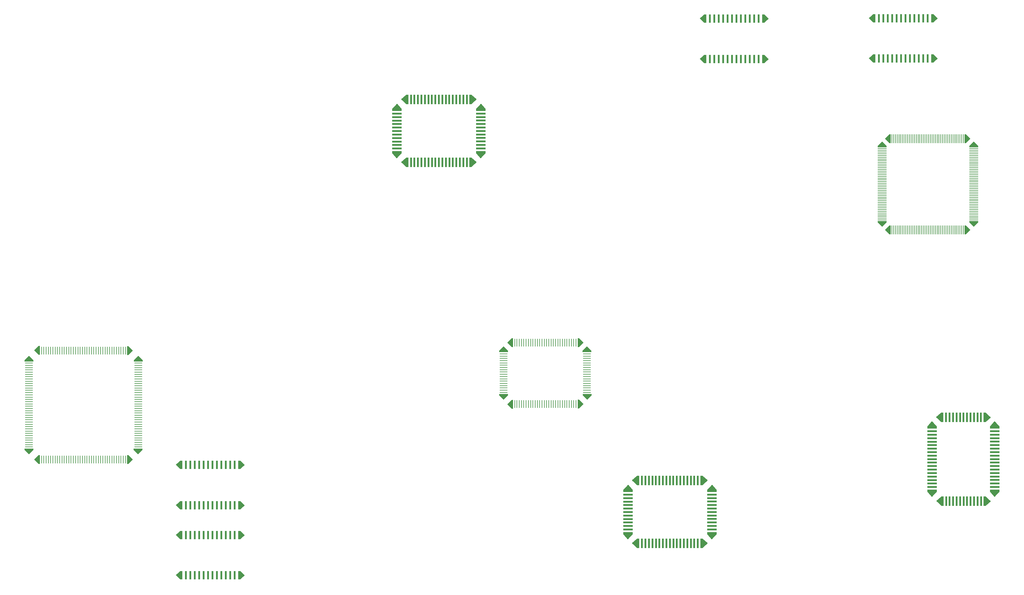
<source format=gtp>
G04 #@! TF.GenerationSoftware,KiCad,Pcbnew,8.0.5*
G04 #@! TF.CreationDate,2025-05-06T19:50:55+10:00*
G04 #@! TF.ProjectId,NeoGeoAES3_5,4e656f47-656f-4414-9553-335f352e6b69,BF1.4*
G04 #@! TF.SameCoordinates,Original*
G04 #@! TF.FileFunction,Paste,Top*
G04 #@! TF.FilePolarity,Positive*
%FSLAX46Y46*%
G04 Gerber Fmt 4.6, Leading zero omitted, Abs format (unit mm)*
G04 Created by KiCad (PCBNEW 8.0.5) date 2025-05-06 19:50:55*
%MOMM*%
%LPD*%
G01*
G04 APERTURE LIST*
G04 Aperture macros list*
%AMFreePoly0*
4,1,15,0.015923,1.446025,0.016652,1.445308,1.271606,0.187012,1.286204,0.151638,1.282612,0.143000,1.285750,0.143000,1.285750,-0.143000,-1.285750,-0.143000,-1.285750,0.143000,-1.284830,0.143000,-1.285817,0.145367,-1.271842,0.180166,-0.054775,1.444673,-0.019706,1.459991,0.015923,1.446025,0.015923,1.446025,$1*%
%AMFreePoly1*
4,1,14,1.215375,-0.282999,1.215110,-0.282999,1.215147,-0.310774,1.192453,-0.348924,0.052453,-1.547298,-0.001897,-1.576722,-0.063161,-1.568580,-0.093585,-1.546088,-1.193585,-0.350713,-1.219333,-0.294529,-1.215375,-0.274862,-1.215375,0.282999,1.215375,0.282999,1.215375,-0.282999,1.215375,-0.282999,$1*%
%AMFreePoly2*
4,1,15,1.390750,-0.283000,1.385106,-0.283000,1.385106,-0.313902,1.362657,-0.351709,0.022657,-1.768709,-0.031605,-1.798294,-0.092894,-1.790333,-0.125254,-1.765854,-1.365254,-0.348854,-1.389590,-0.292044,-1.387533,-0.283000,-1.390750,-0.283000,-1.390750,0.283000,1.390750,0.283000,1.390750,-0.283000,1.390750,-0.283000,$1*%
%AMFreePoly3*
4,1,18,-0.011263,1.812192,0.023136,1.788199,1.363136,0.351199,1.375475,0.324736,1.388751,0.298754,1.388458,0.296894,1.389255,0.295186,1.386886,0.283000,1.390750,0.283000,1.390750,-0.283000,-1.390750,-0.283000,-1.390750,0.283000,-1.385106,0.283000,-1.385106,0.313902,-1.365710,0.348330,-0.125710,1.785330,-0.072850,1.817354,-0.011263,1.812192,-0.011263,1.812192,$1*%
G04 Aperture macros list end*
%ADD10FreePoly0,270.000000*%
%ADD11R,0.286000X2.571500*%
%ADD12FreePoly0,90.000000*%
%ADD13FreePoly0,0.000000*%
%ADD14R,2.571500X0.286000*%
%ADD15FreePoly0,180.000000*%
%ADD16R,0.286000X2.280000*%
%ADD17R,2.280000X0.286000*%
%ADD18FreePoly1,270.000000*%
%ADD19R,0.565998X2.430750*%
%ADD20FreePoly1,90.000000*%
%ADD21FreePoly2,0.000000*%
%ADD22R,2.781500X0.566000*%
%ADD23FreePoly3,0.000000*%
%ADD24FreePoly2,90.000000*%
%ADD25R,0.566000X2.781500*%
%ADD26FreePoly2,270.000000*%
%ADD27FreePoly3,270.000000*%
%ADD28FreePoly2,180.000000*%
G04 APERTURE END LIST*
D10*
G04 #@! TO.C,U21*
X319210000Y-80690000D03*
D11*
X318710000Y-80690000D03*
X318210000Y-80690000D03*
X317710000Y-80690000D03*
X317210000Y-80690000D03*
X316710000Y-80690000D03*
X316210000Y-80690000D03*
X315710000Y-80690000D03*
X315210000Y-80690000D03*
X314710000Y-80690000D03*
X314210000Y-80690000D03*
X313710000Y-80690000D03*
X313210000Y-80690000D03*
X312710000Y-80690000D03*
X312210000Y-80690000D03*
X311710000Y-80690000D03*
X311210000Y-80690000D03*
X310710000Y-80690000D03*
X310210000Y-80690000D03*
X309710000Y-80690000D03*
X309210000Y-80690000D03*
X308710000Y-80690000D03*
X308210000Y-80690000D03*
X307710000Y-80690000D03*
X307210000Y-80690000D03*
X306710000Y-80690000D03*
X306210000Y-80690000D03*
X305710000Y-80690000D03*
X305210000Y-80690000D03*
X304710000Y-80690000D03*
X304210000Y-80690000D03*
X303710000Y-80690000D03*
X303210000Y-80690000D03*
X302710000Y-80690000D03*
X302210000Y-80690000D03*
X301710000Y-80690000D03*
X301210000Y-80690000D03*
X300710000Y-80690000D03*
X300210000Y-80690000D03*
X299710000Y-80690000D03*
X299210000Y-80690000D03*
X298710000Y-80690000D03*
X298210000Y-80690000D03*
D12*
X297710000Y-80690000D03*
D13*
X295410000Y-83000000D03*
D14*
X295410000Y-83500000D03*
X295410000Y-84000000D03*
X295410000Y-84500000D03*
X295410000Y-85000000D03*
X295410000Y-85500000D03*
X295410000Y-86000000D03*
X295410000Y-86500000D03*
X295410000Y-87000000D03*
X295410000Y-87500000D03*
X295410000Y-88000000D03*
X295410000Y-88500000D03*
X295410000Y-89000000D03*
X295410000Y-89500000D03*
X295410000Y-90000000D03*
X295410000Y-90500000D03*
X295410000Y-91000000D03*
X295410000Y-91500000D03*
X295410000Y-92000000D03*
X295410000Y-92500000D03*
X295410000Y-93000000D03*
X295410000Y-93500000D03*
X295410000Y-94000000D03*
X295410000Y-94500000D03*
X295410000Y-95000000D03*
X295410000Y-95500000D03*
X295410000Y-96000000D03*
X295410000Y-96500000D03*
X295410000Y-97000000D03*
X295410000Y-97500000D03*
X295410000Y-98000000D03*
X295410000Y-98500000D03*
X295410000Y-99000000D03*
X295410000Y-99500000D03*
X295410000Y-100000000D03*
X295410000Y-100500000D03*
X295410000Y-101000000D03*
X295410000Y-101500000D03*
X295410000Y-102000000D03*
X295410000Y-102500000D03*
X295410000Y-103000000D03*
X295410000Y-103500000D03*
X295410000Y-104000000D03*
D15*
X295410000Y-104500000D03*
D12*
X297710000Y-106870000D03*
D11*
X298210000Y-106870000D03*
X298710000Y-106870000D03*
X299210000Y-106870000D03*
X299710000Y-106870000D03*
X300210000Y-106870000D03*
X300710000Y-106870000D03*
X301210000Y-106870000D03*
X301710000Y-106870000D03*
X302210000Y-106870000D03*
X302710000Y-106870000D03*
X303210000Y-106870000D03*
X303710000Y-106870000D03*
X304210000Y-106870000D03*
X304710000Y-106870000D03*
X305210000Y-106870000D03*
X305710000Y-106870000D03*
X306210000Y-106870000D03*
X306710000Y-106870000D03*
X307210000Y-106870000D03*
X307710000Y-106870000D03*
X308210000Y-106870000D03*
X308710000Y-106870000D03*
X309210000Y-106870000D03*
X309710000Y-106870000D03*
X310210000Y-106870000D03*
X310710000Y-106870000D03*
X311210000Y-106870000D03*
X311710000Y-106870000D03*
X312210000Y-106870000D03*
X312710000Y-106870000D03*
X313210000Y-106870000D03*
X313710000Y-106870000D03*
X314210000Y-106870000D03*
X314710000Y-106870000D03*
X315210000Y-106870000D03*
X315710000Y-106870000D03*
X316210000Y-106870000D03*
X316710000Y-106870000D03*
X317210000Y-106870000D03*
X317710000Y-106870000D03*
X318210000Y-106870000D03*
X318710000Y-106870000D03*
D10*
X319210000Y-106870000D03*
D15*
X321640000Y-104510000D03*
D14*
X321640000Y-104010000D03*
X321640000Y-103510000D03*
X321640000Y-103010000D03*
X321640000Y-102510000D03*
X321640000Y-102010000D03*
X321640000Y-101510000D03*
X321640000Y-101010000D03*
X321640000Y-100510000D03*
X321640000Y-100010000D03*
X321640000Y-99510000D03*
X321640000Y-99010000D03*
X321640000Y-98510000D03*
X321640000Y-98010000D03*
X321640000Y-97510000D03*
X321640000Y-97010000D03*
X321640000Y-96510000D03*
X321640000Y-96010000D03*
X321640000Y-95510000D03*
X321640000Y-95010000D03*
X321640000Y-94510000D03*
X321640000Y-94010000D03*
X321640000Y-93510000D03*
X321640000Y-93010000D03*
X321640000Y-92510000D03*
X321640000Y-92010000D03*
X321640000Y-91510000D03*
X321640000Y-91010000D03*
X321640000Y-90510000D03*
X321640000Y-90010000D03*
X321640000Y-89510000D03*
X321640000Y-89010000D03*
X321640000Y-88510000D03*
X321640000Y-88010000D03*
X321640000Y-87510000D03*
X321640000Y-87010000D03*
X321640000Y-86510000D03*
X321640000Y-86010000D03*
X321640000Y-85510000D03*
X321640000Y-85010000D03*
X321640000Y-84510000D03*
X321640000Y-84010000D03*
X321640000Y-83510000D03*
D13*
X321640000Y-83010000D03*
G04 #@! TD*
D10*
G04 #@! TO.C,U4*
X208360000Y-139170000D03*
D16*
X207710000Y-139180000D03*
X207060000Y-139180000D03*
X206410000Y-139180000D03*
X205760000Y-139180000D03*
X205110000Y-139180000D03*
X204460000Y-139180000D03*
X203810000Y-139180000D03*
X203160000Y-139180000D03*
X202510000Y-139180000D03*
X201860000Y-139180000D03*
X201210000Y-139180000D03*
X200560000Y-139180000D03*
X199910000Y-139180000D03*
X199260000Y-139180000D03*
X198610000Y-139180000D03*
X197960000Y-139180000D03*
X197310000Y-139180000D03*
X196660000Y-139180000D03*
X196010000Y-139180000D03*
X195360000Y-139180000D03*
X194710000Y-139180000D03*
X194060000Y-139180000D03*
X193410000Y-139180000D03*
X192760000Y-139180000D03*
X192110000Y-139180000D03*
X191460000Y-139180000D03*
X190810000Y-139180000D03*
X190160000Y-139180000D03*
D12*
X189510000Y-139220000D03*
D13*
X186930000Y-141770000D03*
D17*
X186950000Y-142420000D03*
X186950000Y-143070000D03*
X186950000Y-143720000D03*
X186950000Y-144370000D03*
X186950000Y-145020000D03*
X186950000Y-145670000D03*
X186950000Y-146320000D03*
X186950000Y-146970000D03*
X186950000Y-147620000D03*
X186950000Y-148270000D03*
X186950000Y-148920000D03*
X186950000Y-149570000D03*
X186950000Y-150220000D03*
X186950000Y-150870000D03*
X186950000Y-151520000D03*
X186950000Y-152170000D03*
X186950000Y-152820000D03*
X186950000Y-153470000D03*
D15*
X186990000Y-154120000D03*
D12*
X189510000Y-156870000D03*
D16*
X190160000Y-156830000D03*
X190810000Y-156830000D03*
X191460000Y-156830000D03*
X192110000Y-156830000D03*
X192760000Y-156830000D03*
X193410000Y-156830000D03*
X194060000Y-156830000D03*
X194710000Y-156830000D03*
X195360000Y-156830000D03*
X196010000Y-156830000D03*
X196660000Y-156830000D03*
X197310000Y-156830000D03*
X197960000Y-156830000D03*
X198610000Y-156830000D03*
X199260000Y-156830000D03*
X199910000Y-156830000D03*
X200560000Y-156830000D03*
X201210000Y-156830000D03*
X201860000Y-156830000D03*
X202510000Y-156830000D03*
X203160000Y-156830000D03*
X203810000Y-156830000D03*
X204460000Y-156830000D03*
X205110000Y-156830000D03*
X205760000Y-156830000D03*
X206410000Y-156830000D03*
X207060000Y-156830000D03*
X207710000Y-156830000D03*
D10*
X208360000Y-156820000D03*
D15*
X210880000Y-154120000D03*
D17*
X210840000Y-153470000D03*
X210840000Y-152820000D03*
X210840000Y-152170000D03*
X210840000Y-151520000D03*
X210840000Y-150870000D03*
X210840000Y-150220000D03*
X210840000Y-149570000D03*
X210840000Y-148920000D03*
X210840000Y-148270000D03*
X210840000Y-147620000D03*
X210840000Y-146970000D03*
X210840000Y-146320000D03*
X210840000Y-145670000D03*
X210840000Y-145020000D03*
X210840000Y-144370000D03*
X210840000Y-143720000D03*
X210840000Y-143070000D03*
X210840000Y-142420000D03*
D13*
X210820000Y-141770000D03*
G04 #@! TD*
D18*
G04 #@! TO.C,U18*
X293220000Y-57700000D03*
D19*
X294490000Y-57700000D03*
X295760000Y-57700000D03*
X297030000Y-57700000D03*
X298300000Y-57700000D03*
X299570000Y-57700000D03*
X300840000Y-57700000D03*
X302110000Y-57700000D03*
X303380000Y-57700000D03*
X304650000Y-57700000D03*
X305920000Y-57700000D03*
X307190000Y-57700000D03*
X308460000Y-57700000D03*
D20*
X309730000Y-57700000D03*
X309730000Y-46150000D03*
D19*
X308460000Y-46150000D03*
X307190000Y-46150000D03*
X305920000Y-46150000D03*
X304650000Y-46150000D03*
X303380000Y-46150000D03*
X302110000Y-46150000D03*
X300840000Y-46150000D03*
X299570000Y-46150000D03*
X298300000Y-46150000D03*
X297030000Y-46150000D03*
X295760000Y-46150000D03*
X294490000Y-46150000D03*
D18*
X293220000Y-46150000D03*
G04 #@! TD*
G04 #@! TO.C,U17*
X244805000Y-57810000D03*
D19*
X246075000Y-57810000D03*
X247345000Y-57810000D03*
X248615000Y-57810000D03*
X249885000Y-57810000D03*
X251155000Y-57810000D03*
X252425000Y-57810000D03*
X253695000Y-57810000D03*
X254965000Y-57810000D03*
X256235000Y-57810000D03*
X257505000Y-57810000D03*
X258775000Y-57810000D03*
X260045000Y-57810000D03*
D20*
X261315000Y-57810000D03*
X261315000Y-46260000D03*
D19*
X260045000Y-46260000D03*
X258775000Y-46260000D03*
X257505000Y-46260000D03*
X256235000Y-46260000D03*
X254965000Y-46260000D03*
X253695000Y-46260000D03*
X252425000Y-46260000D03*
X251155000Y-46260000D03*
X249885000Y-46260000D03*
X248615000Y-46260000D03*
X247345000Y-46260000D03*
X246075000Y-46260000D03*
D18*
X244805000Y-46260000D03*
G04 #@! TD*
D21*
G04 #@! TO.C,U34*
X327690000Y-181600000D03*
D22*
X327690000Y-180600000D03*
X327690000Y-179600000D03*
X327690000Y-178600000D03*
X327690000Y-177600000D03*
X327690000Y-176600000D03*
X327690000Y-175600000D03*
X327690000Y-174600000D03*
X327690000Y-173600000D03*
X327690000Y-172600000D03*
X327690000Y-171600000D03*
X327690000Y-170600000D03*
X327690000Y-169600000D03*
X327690000Y-168600000D03*
X327690000Y-167600000D03*
X327690000Y-166600000D03*
X327690000Y-165600000D03*
X327690000Y-164600000D03*
D23*
X327690000Y-163600000D03*
D24*
X324730000Y-160600000D03*
D25*
X323730000Y-160600000D03*
X322730000Y-160600000D03*
X321730000Y-160600000D03*
X320730000Y-160600000D03*
X319730000Y-160600000D03*
X318730000Y-160600000D03*
X317730000Y-160600000D03*
X316730000Y-160600000D03*
X315730000Y-160600000D03*
X314730000Y-160600000D03*
X313730000Y-160600000D03*
D26*
X312730000Y-160600000D03*
D23*
X309690000Y-163610000D03*
D22*
X309690000Y-164610000D03*
X309690000Y-165610000D03*
X309690000Y-166610000D03*
X309690000Y-167610000D03*
X309690000Y-168610000D03*
X309690000Y-169610000D03*
X309690000Y-170610000D03*
X309690000Y-171610000D03*
X309690000Y-172610000D03*
X309690000Y-173610000D03*
X309690000Y-174610000D03*
X309690000Y-175610000D03*
X309690000Y-176610000D03*
X309690000Y-177610000D03*
X309690000Y-178610000D03*
X309690000Y-179610000D03*
X309690000Y-180610000D03*
D21*
X309690000Y-181610000D03*
D26*
X312750000Y-184640000D03*
D25*
X313750000Y-184640000D03*
X314750000Y-184640000D03*
X315750000Y-184640000D03*
X316750000Y-184640000D03*
X317750000Y-184640000D03*
X318750000Y-184640000D03*
X319750000Y-184640000D03*
X320750000Y-184640000D03*
X321750000Y-184640000D03*
X322750000Y-184640000D03*
X323750000Y-184640000D03*
D24*
X324750000Y-184640000D03*
G04 #@! TD*
D18*
G04 #@! TO.C,U1*
X94655000Y-205945000D03*
D19*
X95925000Y-205945000D03*
X97195000Y-205945000D03*
X98465000Y-205945000D03*
X99735000Y-205945000D03*
X101005000Y-205945000D03*
X102275000Y-205945000D03*
X103545000Y-205945000D03*
X104815000Y-205945000D03*
X106085000Y-205945000D03*
X107355000Y-205945000D03*
X108625000Y-205945000D03*
X109895000Y-205945000D03*
D20*
X111165000Y-205945000D03*
X111165000Y-194395000D03*
D19*
X109895000Y-194395000D03*
X108625000Y-194395000D03*
X107355000Y-194395000D03*
X106085000Y-194395000D03*
X104815000Y-194395000D03*
X103545000Y-194395000D03*
X102275000Y-194395000D03*
X101005000Y-194395000D03*
X99735000Y-194395000D03*
X98465000Y-194395000D03*
X97195000Y-194395000D03*
X95925000Y-194395000D03*
D18*
X94655000Y-194395000D03*
G04 #@! TD*
D26*
G04 #@! TO.C,U22*
X225610000Y-196740000D03*
D25*
X226610000Y-196740000D03*
X227610000Y-196740000D03*
X228610000Y-196740000D03*
X229610000Y-196740000D03*
X230610000Y-196740000D03*
X231610000Y-196740000D03*
X232610000Y-196740000D03*
X233610000Y-196740000D03*
X234610000Y-196740000D03*
X235610000Y-196740000D03*
X236610000Y-196740000D03*
X237610000Y-196740000D03*
X238610000Y-196740000D03*
X239610000Y-196740000D03*
X240610000Y-196740000D03*
X241610000Y-196740000D03*
X242610000Y-196740000D03*
D27*
X243610000Y-196740000D03*
D21*
X246610000Y-193780000D03*
D22*
X246610000Y-192780000D03*
X246610000Y-191780000D03*
X246610000Y-190780000D03*
X246610000Y-189780000D03*
X246610000Y-188780000D03*
X246610000Y-187780000D03*
X246610000Y-186780000D03*
X246610000Y-185780000D03*
X246610000Y-184780000D03*
X246610000Y-183780000D03*
X246610000Y-182780000D03*
D28*
X246610000Y-181780000D03*
D27*
X243600000Y-178740000D03*
D25*
X242600000Y-178740000D03*
X241600000Y-178740000D03*
X240600000Y-178740000D03*
X239600000Y-178740000D03*
X238600000Y-178740000D03*
X237600000Y-178740000D03*
X236600000Y-178740000D03*
X235600000Y-178740000D03*
X234600000Y-178740000D03*
X233600000Y-178740000D03*
X232600000Y-178740000D03*
X231600000Y-178740000D03*
X230600000Y-178740000D03*
X229600000Y-178740000D03*
X228600000Y-178740000D03*
X227600000Y-178740000D03*
X226600000Y-178740000D03*
D26*
X225600000Y-178740000D03*
D28*
X222570000Y-181800000D03*
D22*
X222570000Y-182800000D03*
X222570000Y-183800000D03*
X222570000Y-184800000D03*
X222570000Y-185800000D03*
X222570000Y-186800000D03*
X222570000Y-187800000D03*
X222570000Y-188800000D03*
X222570000Y-189800000D03*
X222570000Y-190800000D03*
X222570000Y-191800000D03*
X222570000Y-192800000D03*
D21*
X222570000Y-193800000D03*
G04 #@! TD*
D26*
G04 #@! TO.C,U5*
X159430000Y-87440000D03*
D25*
X160430000Y-87440000D03*
X161430000Y-87440000D03*
X162430000Y-87440000D03*
X163430000Y-87440000D03*
X164430000Y-87440000D03*
X165430000Y-87440000D03*
X166430000Y-87440000D03*
X167430000Y-87440000D03*
X168430000Y-87440000D03*
X169430000Y-87440000D03*
X170430000Y-87440000D03*
X171430000Y-87440000D03*
X172430000Y-87440000D03*
X173430000Y-87440000D03*
X174430000Y-87440000D03*
X175430000Y-87440000D03*
X176430000Y-87440000D03*
D27*
X177430000Y-87440000D03*
D21*
X180430000Y-84480000D03*
D22*
X180430000Y-83480000D03*
X180430000Y-82480000D03*
X180430000Y-81480000D03*
X180430000Y-80480000D03*
X180430000Y-79480000D03*
X180430000Y-78480000D03*
X180430000Y-77480000D03*
X180430000Y-76480000D03*
X180430000Y-75480000D03*
X180430000Y-74480000D03*
X180430000Y-73480000D03*
D28*
X180430000Y-72480000D03*
D27*
X177420000Y-69440000D03*
D25*
X176420000Y-69440000D03*
X175420000Y-69440000D03*
X174420000Y-69440000D03*
X173420000Y-69440000D03*
X172420000Y-69440000D03*
X171420000Y-69440000D03*
X170420000Y-69440000D03*
X169420000Y-69440000D03*
X168420000Y-69440000D03*
X167420000Y-69440000D03*
X166420000Y-69440000D03*
X165420000Y-69440000D03*
X164420000Y-69440000D03*
X163420000Y-69440000D03*
X162420000Y-69440000D03*
X161420000Y-69440000D03*
X160420000Y-69440000D03*
D26*
X159420000Y-69440000D03*
D28*
X156390000Y-72500000D03*
D22*
X156390000Y-73500000D03*
X156390000Y-74500000D03*
X156390000Y-75500000D03*
X156390000Y-76500000D03*
X156390000Y-77500000D03*
X156390000Y-78500000D03*
X156390000Y-79500000D03*
X156390000Y-80500000D03*
X156390000Y-81500000D03*
X156390000Y-82500000D03*
X156390000Y-83500000D03*
D21*
X156390000Y-84500000D03*
G04 #@! TD*
D18*
G04 #@! TO.C,U2*
X94670000Y-185810000D03*
D19*
X95940000Y-185810000D03*
X97210000Y-185810000D03*
X98480000Y-185810000D03*
X99750000Y-185810000D03*
X101020000Y-185810000D03*
X102290000Y-185810000D03*
X103560000Y-185810000D03*
X104830000Y-185810000D03*
X106100000Y-185810000D03*
X107370000Y-185810000D03*
X108640000Y-185810000D03*
X109910000Y-185810000D03*
D20*
X111180000Y-185810000D03*
X111180000Y-174260000D03*
D19*
X109910000Y-174260000D03*
X108640000Y-174260000D03*
X107370000Y-174260000D03*
X106100000Y-174260000D03*
X104830000Y-174260000D03*
X103560000Y-174260000D03*
X102290000Y-174260000D03*
X101020000Y-174260000D03*
X99750000Y-174260000D03*
X98480000Y-174260000D03*
X97210000Y-174260000D03*
X95940000Y-174260000D03*
D18*
X94670000Y-174260000D03*
G04 #@! TD*
D13*
G04 #@! TO.C,U13*
X51000000Y-144420000D03*
D17*
X51010000Y-145070000D03*
X51010000Y-145720000D03*
X51010000Y-146370000D03*
X51010000Y-147020000D03*
X51010000Y-147670000D03*
X51010000Y-148320000D03*
X51010000Y-148970000D03*
X51010000Y-149620000D03*
X51010000Y-150270000D03*
X51010000Y-150920000D03*
X51010000Y-151570000D03*
X51010000Y-152220000D03*
X51010000Y-152870000D03*
X51010000Y-153520000D03*
X51010000Y-154170000D03*
X51010000Y-154820000D03*
X51010000Y-155470000D03*
X51010000Y-156120000D03*
X51010000Y-156770000D03*
X51010000Y-157420000D03*
X51010000Y-158070000D03*
X51010000Y-158720000D03*
X51010000Y-159370000D03*
X51010000Y-160020000D03*
X51010000Y-160670000D03*
X51010000Y-161320000D03*
X51010000Y-161970000D03*
X51010000Y-162620000D03*
X51010000Y-163270000D03*
X51010000Y-163920000D03*
X51010000Y-164570000D03*
X51010000Y-165220000D03*
X51010000Y-165870000D03*
X51010000Y-166520000D03*
X51010000Y-167170000D03*
X51010000Y-167820000D03*
X51010000Y-168470000D03*
X51010000Y-169120000D03*
D15*
X50960000Y-169770000D03*
D12*
X53950000Y-172700000D03*
D16*
X54600000Y-172750000D03*
X55250000Y-172750000D03*
X55900000Y-172750000D03*
X56550000Y-172750000D03*
X57200000Y-172750000D03*
X57850000Y-172750000D03*
X58500000Y-172750000D03*
X59150000Y-172750000D03*
X59800000Y-172750000D03*
X60450000Y-172750000D03*
X61100000Y-172750000D03*
X61750000Y-172750000D03*
X62400000Y-172750000D03*
X63050000Y-172750000D03*
X63700000Y-172750000D03*
X64350000Y-172750000D03*
X65000000Y-172750000D03*
X65650000Y-172750000D03*
X66300000Y-172750000D03*
X66950000Y-172750000D03*
X67600000Y-172750000D03*
X68250000Y-172750000D03*
X68900000Y-172750000D03*
X69550000Y-172750000D03*
X70200000Y-172750000D03*
X70850000Y-172750000D03*
X71500000Y-172750000D03*
X72150000Y-172750000D03*
X72800000Y-172750000D03*
X73450000Y-172750000D03*
X74100000Y-172750000D03*
X74750000Y-172750000D03*
X75400000Y-172750000D03*
X76050000Y-172750000D03*
X76700000Y-172750000D03*
X77350000Y-172750000D03*
X78000000Y-172750000D03*
X78650000Y-172750000D03*
D10*
X79300000Y-172740000D03*
D15*
X82250000Y-169770000D03*
D17*
X82300000Y-169120000D03*
X82300000Y-168470000D03*
X82300000Y-167820000D03*
X82300000Y-167170000D03*
X82300000Y-166520000D03*
X82300000Y-165870000D03*
X82300000Y-165220000D03*
X82300000Y-164570000D03*
X82300000Y-163920000D03*
X82300000Y-163270000D03*
X82300000Y-162620000D03*
X82300000Y-161970000D03*
X82300000Y-161320000D03*
X82300000Y-160670000D03*
X82300000Y-160020000D03*
X82300000Y-159370000D03*
X82300000Y-158720000D03*
X82300000Y-158070000D03*
X82300000Y-157420000D03*
X82300000Y-156770000D03*
X82300000Y-156120000D03*
X82300000Y-155470000D03*
X82300000Y-154820000D03*
X82300000Y-154170000D03*
X82300000Y-153520000D03*
X82300000Y-152870000D03*
X82300000Y-152220000D03*
X82300000Y-151570000D03*
X82300000Y-150920000D03*
X82300000Y-150270000D03*
X82300000Y-149620000D03*
X82300000Y-148970000D03*
X82300000Y-148320000D03*
X82300000Y-147670000D03*
X82300000Y-147020000D03*
X82300000Y-146370000D03*
X82300000Y-145720000D03*
X82300000Y-145070000D03*
D13*
X82290000Y-144420000D03*
D10*
X79300000Y-141450000D03*
D16*
X78650000Y-141460000D03*
X78000000Y-141460000D03*
X77350000Y-141460000D03*
X76700000Y-141460000D03*
X76050000Y-141460000D03*
X75400000Y-141460000D03*
X74750000Y-141460000D03*
X74100000Y-141460000D03*
X73450000Y-141460000D03*
X72800000Y-141460000D03*
X72150000Y-141460000D03*
X71500000Y-141460000D03*
X70850000Y-141460000D03*
X70200000Y-141460000D03*
X69550000Y-141460000D03*
X68900000Y-141460000D03*
X68250000Y-141460000D03*
X67600000Y-141460000D03*
X66950000Y-141460000D03*
X66300000Y-141460000D03*
X65650000Y-141460000D03*
X65000000Y-141460000D03*
X64350000Y-141460000D03*
X63700000Y-141460000D03*
X63050000Y-141460000D03*
X62400000Y-141460000D03*
X61750000Y-141460000D03*
X61100000Y-141460000D03*
X60450000Y-141460000D03*
X59800000Y-141460000D03*
X59150000Y-141460000D03*
X58500000Y-141460000D03*
X57850000Y-141460000D03*
X57200000Y-141460000D03*
X56550000Y-141460000D03*
X55900000Y-141460000D03*
X55250000Y-141460000D03*
X54600000Y-141460000D03*
D12*
X53950000Y-141410000D03*
G04 #@! TD*
M02*

</source>
